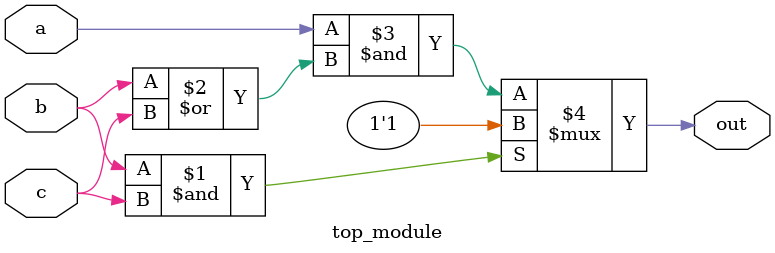
<source format=sv>
module top_module(
	input a, 
	input b,
	input c,
	output out
);

	assign out = (b & c) ? 1'b1 : (a & (b | c));
	
endmodule

</source>
